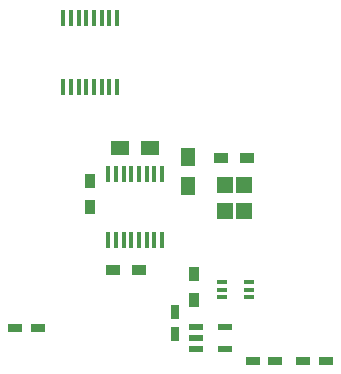
<source format=gtp>
G04 #@! TF.GenerationSoftware,KiCad,Pcbnew,(5.1.6-0-10_14)*
G04 #@! TF.CreationDate,2021-04-27T13:26:49+09:00*
G04 #@! TF.ProjectId,qPCR-photosensing,71504352-2d70-4686-9f74-6f73656e7369,rev?*
G04 #@! TF.SameCoordinates,Original*
G04 #@! TF.FileFunction,Paste,Top*
G04 #@! TF.FilePolarity,Positive*
%FSLAX46Y46*%
G04 Gerber Fmt 4.6, Leading zero omitted, Abs format (unit mm)*
G04 Created by KiCad (PCBNEW (5.1.6-0-10_14)) date 2021-04-27 13:26:49*
%MOMM*%
%LPD*%
G01*
G04 APERTURE LIST*
%ADD10R,0.355600X1.473200*%
%ADD11R,1.500000X1.250000*%
%ADD12R,1.200000X0.750000*%
%ADD13R,0.750000X1.200000*%
%ADD14R,0.900000X1.200000*%
%ADD15R,1.200000X0.900000*%
%ADD16R,1.250000X1.500000*%
%ADD17R,1.270000X0.508000*%
%ADD18R,0.850001X0.399999*%
%ADD19R,1.400000X1.400000*%
G04 APERTURE END LIST*
D10*
X95574999Y-84921000D03*
X94924998Y-84921000D03*
X94274999Y-84921000D03*
X93624998Y-84921000D03*
X92974999Y-84921000D03*
X92325001Y-84921000D03*
X91674999Y-84921000D03*
X91025001Y-84921000D03*
X91025001Y-79079000D03*
X91675002Y-79079000D03*
X92325001Y-79079000D03*
X92975002Y-79079000D03*
X93625001Y-79079000D03*
X94274999Y-79079000D03*
X94925001Y-79079000D03*
X95574999Y-79079000D03*
D11*
X98350000Y-90100000D03*
X95850000Y-90100000D03*
D12*
X113250000Y-108100000D03*
X111350000Y-108100000D03*
X86950000Y-105300000D03*
X88850000Y-105300000D03*
X108950000Y-108100000D03*
X107050000Y-108100000D03*
D13*
X100500000Y-103950000D03*
X100500000Y-105850000D03*
D14*
X93300000Y-95100000D03*
X93300000Y-92900000D03*
D15*
X95200000Y-100400000D03*
X97400000Y-100400000D03*
X106600000Y-90900000D03*
X104400000Y-90900000D03*
D10*
X99374999Y-97919400D03*
X98724998Y-97919400D03*
X98074999Y-97919400D03*
X97424998Y-97919400D03*
X96774999Y-97919400D03*
X96125001Y-97919400D03*
X95474999Y-97919400D03*
X94825001Y-97919400D03*
X94825001Y-92280600D03*
X95475002Y-92280600D03*
X96125001Y-92280600D03*
X96775002Y-92280600D03*
X97425001Y-92280600D03*
X98074999Y-92280600D03*
X98725001Y-92280600D03*
X99374999Y-92280600D03*
D16*
X101600000Y-93350000D03*
X101600000Y-90850000D03*
D17*
X104719200Y-105249999D03*
X104719200Y-107150001D03*
X102280800Y-107150001D03*
X102280800Y-106200000D03*
X102280800Y-105249999D03*
D18*
X104475001Y-101449999D03*
X104475001Y-102100000D03*
X104475001Y-102749999D03*
X106725002Y-102749999D03*
X106725002Y-102100000D03*
X106725002Y-101449999D03*
D19*
X104700000Y-93200000D03*
X104700000Y-95400000D03*
X106300000Y-95400000D03*
X106300000Y-93200000D03*
D14*
X102100000Y-103000000D03*
X102100000Y-100800000D03*
M02*

</source>
